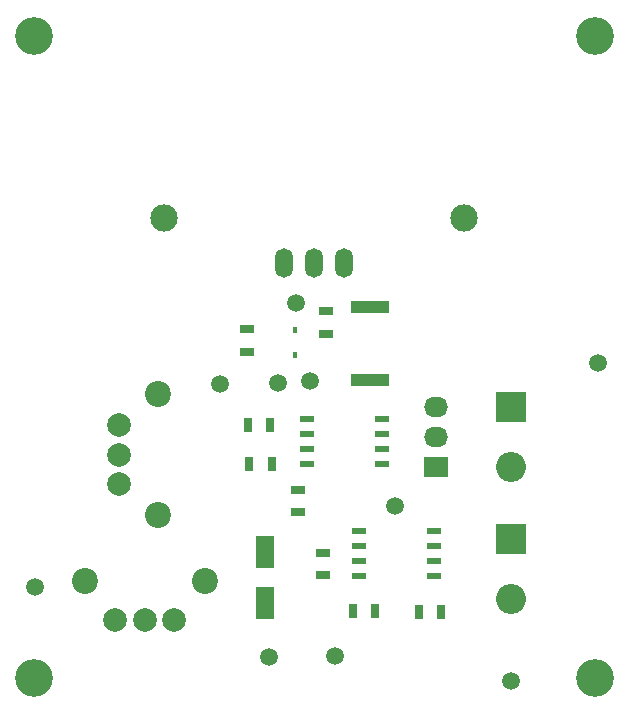
<source format=gts>
G04 #@! TF.FileFunction,Soldermask,Top*
%FSLAX46Y46*%
G04 Gerber Fmt 4.6, Leading zero omitted, Abs format (unit mm)*
G04 Created by KiCad (PCBNEW 4.0.2-stable) date Saturday, September 03, 2016 'PMt' 12:33:19 PM*
%MOMM*%
G01*
G04 APERTURE LIST*
%ADD10C,0.100000*%
%ADD11C,2.311400*%
%ADD12R,2.540000X2.540000*%
%ADD13O,2.540000X2.540000*%
%ADD14R,1.600000X2.800000*%
%ADD15R,0.450000X0.590000*%
%ADD16R,2.032000X1.727200*%
%ADD17O,2.032000X1.727200*%
%ADD18O,1.501140X2.499360*%
%ADD19R,0.700000X1.300000*%
%ADD20R,1.300000X0.700000*%
%ADD21C,2.000000*%
%ADD22C,2.200000*%
%ADD23R,1.143000X0.508000*%
%ADD24C,3.200000*%
%ADD25C,1.500000*%
%ADD26R,3.200000X1.000000*%
G04 APERTURE END LIST*
D10*
D11*
X114300000Y-48260000D03*
X139700000Y-48260000D03*
D12*
X143637000Y-64262000D03*
D13*
X143637000Y-69342000D03*
D14*
X122809000Y-76590000D03*
X122809000Y-80890000D03*
D15*
X125349000Y-59856000D03*
X125349000Y-57746000D03*
D12*
X143637000Y-75438000D03*
D13*
X143637000Y-80518000D03*
D16*
X137287000Y-69342000D03*
D17*
X137287000Y-66802000D03*
X137287000Y-64262000D03*
D18*
X127000000Y-52070000D03*
X124460000Y-52070000D03*
X129540000Y-52070000D03*
D19*
X123378000Y-69088000D03*
X121478000Y-69088000D03*
D20*
X121285000Y-57724000D03*
X121285000Y-59624000D03*
D19*
X123251000Y-65786000D03*
X121351000Y-65786000D03*
X137729000Y-81661000D03*
X135829000Y-81661000D03*
X130241000Y-81534000D03*
X132141000Y-81534000D03*
D20*
X127762000Y-78547000D03*
X127762000Y-76647000D03*
X125603000Y-73213000D03*
X125603000Y-71313000D03*
X128016000Y-56200000D03*
X128016000Y-58100000D03*
D21*
X110490000Y-70826000D03*
X110490000Y-68326000D03*
X110490000Y-65826000D03*
D22*
X113790000Y-73426000D03*
X113790000Y-63226000D03*
D21*
X115149000Y-82296000D03*
X112649000Y-82296000D03*
X110149000Y-82296000D03*
D22*
X117749000Y-78996000D03*
X107549000Y-78996000D03*
D23*
X132715000Y-65278000D03*
X132715000Y-66548000D03*
X132715000Y-67818000D03*
X132715000Y-69088000D03*
X126365000Y-69088000D03*
X126365000Y-67818000D03*
X126365000Y-66548000D03*
X126365000Y-65278000D03*
X137160000Y-74803000D03*
X137160000Y-76073000D03*
X137160000Y-77343000D03*
X137160000Y-78613000D03*
X130810000Y-78613000D03*
X130810000Y-77343000D03*
X130810000Y-76073000D03*
X130810000Y-74803000D03*
D24*
X150749000Y-32893000D03*
X103251000Y-32893000D03*
X150749000Y-87249000D03*
X103251000Y-87249000D03*
D25*
X151003000Y-60579000D03*
X103378000Y-79502000D03*
X123952000Y-62230000D03*
X118999000Y-62357000D03*
X133858000Y-72644000D03*
X128778000Y-85344000D03*
X123190000Y-85471000D03*
X125476000Y-55499000D03*
X126619000Y-62103000D03*
D26*
X131699000Y-55828000D03*
X131699000Y-62028000D03*
D25*
X143637000Y-87503000D03*
M02*

</source>
